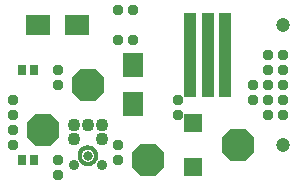
<source format=gbr>
G04 EAGLE Gerber X2 export*
%TF.Part,Single*%
%TF.FileFunction,Soldermask,Top,1*%
%TF.FilePolarity,Negative*%
%TF.GenerationSoftware,Autodesk,EAGLE,9.1.0*%
%TF.CreationDate,2018-09-05T10:19:08Z*%
G75*
%MOMM*%
%FSLAX34Y34*%
%LPD*%
%AMOC8*
5,1,8,0,0,1.08239X$1,22.5*%
G01*
%ADD10C,1.203200*%
%ADD11R,0.803200X0.903200*%
%ADD12R,2.103200X1.803200*%
%ADD13R,1.803200X2.103200*%
%ADD14C,1.103200*%
%ADD15C,0.903200*%
%ADD16C,0.350000*%
%ADD17C,0.803200*%
%ADD18C,0.211325*%
%ADD19R,1.053200X7.203200*%
%ADD20R,1.603200X1.603200*%
%ADD21P,2.982959X8X22.500000*%
%ADD22C,0.959600*%


D10*
X241300Y139700D03*
X241300Y38100D03*
D11*
X20400Y25400D03*
X30400Y25400D03*
D12*
X67300Y139700D03*
X34300Y139700D03*
D13*
X114300Y105400D03*
X114300Y72400D03*
D11*
X20400Y101600D03*
X30400Y101600D03*
D14*
X64200Y55100D03*
X76240Y55100D03*
X88280Y55100D03*
X64200Y43160D03*
X88280Y43160D03*
D15*
X64200Y21040D03*
X88280Y21040D03*
D16*
X69240Y28940D02*
X69242Y29112D01*
X69248Y29283D01*
X69259Y29455D01*
X69274Y29626D01*
X69293Y29797D01*
X69316Y29967D01*
X69343Y30137D01*
X69375Y30306D01*
X69410Y30474D01*
X69450Y30641D01*
X69494Y30807D01*
X69541Y30972D01*
X69593Y31136D01*
X69649Y31298D01*
X69709Y31459D01*
X69773Y31619D01*
X69841Y31777D01*
X69912Y31933D01*
X69987Y32087D01*
X70067Y32240D01*
X70149Y32390D01*
X70236Y32539D01*
X70326Y32685D01*
X70420Y32829D01*
X70517Y32971D01*
X70618Y33110D01*
X70722Y33247D01*
X70829Y33381D01*
X70940Y33512D01*
X71053Y33641D01*
X71170Y33767D01*
X71290Y33890D01*
X71413Y34010D01*
X71539Y34127D01*
X71668Y34240D01*
X71799Y34351D01*
X71933Y34458D01*
X72070Y34562D01*
X72209Y34663D01*
X72351Y34760D01*
X72495Y34854D01*
X72641Y34944D01*
X72790Y35031D01*
X72940Y35113D01*
X73093Y35193D01*
X73247Y35268D01*
X73403Y35339D01*
X73561Y35407D01*
X73721Y35471D01*
X73882Y35531D01*
X74044Y35587D01*
X74208Y35639D01*
X74373Y35686D01*
X74539Y35730D01*
X74706Y35770D01*
X74874Y35805D01*
X75043Y35837D01*
X75213Y35864D01*
X75383Y35887D01*
X75554Y35906D01*
X75725Y35921D01*
X75897Y35932D01*
X76068Y35938D01*
X76240Y35940D01*
X76412Y35938D01*
X76583Y35932D01*
X76755Y35921D01*
X76926Y35906D01*
X77097Y35887D01*
X77267Y35864D01*
X77437Y35837D01*
X77606Y35805D01*
X77774Y35770D01*
X77941Y35730D01*
X78107Y35686D01*
X78272Y35639D01*
X78436Y35587D01*
X78598Y35531D01*
X78759Y35471D01*
X78919Y35407D01*
X79077Y35339D01*
X79233Y35268D01*
X79387Y35193D01*
X79540Y35113D01*
X79690Y35031D01*
X79839Y34944D01*
X79985Y34854D01*
X80129Y34760D01*
X80271Y34663D01*
X80410Y34562D01*
X80547Y34458D01*
X80681Y34351D01*
X80812Y34240D01*
X80941Y34127D01*
X81067Y34010D01*
X81190Y33890D01*
X81310Y33767D01*
X81427Y33641D01*
X81540Y33512D01*
X81651Y33381D01*
X81758Y33247D01*
X81862Y33110D01*
X81963Y32971D01*
X82060Y32829D01*
X82154Y32685D01*
X82244Y32539D01*
X82331Y32390D01*
X82413Y32240D01*
X82493Y32087D01*
X82568Y31933D01*
X82639Y31777D01*
X82707Y31619D01*
X82771Y31459D01*
X82831Y31298D01*
X82887Y31136D01*
X82939Y30972D01*
X82986Y30807D01*
X83030Y30641D01*
X83070Y30474D01*
X83105Y30306D01*
X83137Y30137D01*
X83164Y29967D01*
X83187Y29797D01*
X83206Y29626D01*
X83221Y29455D01*
X83232Y29283D01*
X83238Y29112D01*
X83240Y28940D01*
X83238Y28768D01*
X83232Y28597D01*
X83221Y28425D01*
X83206Y28254D01*
X83187Y28083D01*
X83164Y27913D01*
X83137Y27743D01*
X83105Y27574D01*
X83070Y27406D01*
X83030Y27239D01*
X82986Y27073D01*
X82939Y26908D01*
X82887Y26744D01*
X82831Y26582D01*
X82771Y26421D01*
X82707Y26261D01*
X82639Y26103D01*
X82568Y25947D01*
X82493Y25793D01*
X82413Y25640D01*
X82331Y25490D01*
X82244Y25341D01*
X82154Y25195D01*
X82060Y25051D01*
X81963Y24909D01*
X81862Y24770D01*
X81758Y24633D01*
X81651Y24499D01*
X81540Y24368D01*
X81427Y24239D01*
X81310Y24113D01*
X81190Y23990D01*
X81067Y23870D01*
X80941Y23753D01*
X80812Y23640D01*
X80681Y23529D01*
X80547Y23422D01*
X80410Y23318D01*
X80271Y23217D01*
X80129Y23120D01*
X79985Y23026D01*
X79839Y22936D01*
X79690Y22849D01*
X79540Y22767D01*
X79387Y22687D01*
X79233Y22612D01*
X79077Y22541D01*
X78919Y22473D01*
X78759Y22409D01*
X78598Y22349D01*
X78436Y22293D01*
X78272Y22241D01*
X78107Y22194D01*
X77941Y22150D01*
X77774Y22110D01*
X77606Y22075D01*
X77437Y22043D01*
X77267Y22016D01*
X77097Y21993D01*
X76926Y21974D01*
X76755Y21959D01*
X76583Y21948D01*
X76412Y21942D01*
X76240Y21940D01*
X76068Y21942D01*
X75897Y21948D01*
X75725Y21959D01*
X75554Y21974D01*
X75383Y21993D01*
X75213Y22016D01*
X75043Y22043D01*
X74874Y22075D01*
X74706Y22110D01*
X74539Y22150D01*
X74373Y22194D01*
X74208Y22241D01*
X74044Y22293D01*
X73882Y22349D01*
X73721Y22409D01*
X73561Y22473D01*
X73403Y22541D01*
X73247Y22612D01*
X73093Y22687D01*
X72940Y22767D01*
X72790Y22849D01*
X72641Y22936D01*
X72495Y23026D01*
X72351Y23120D01*
X72209Y23217D01*
X72070Y23318D01*
X71933Y23422D01*
X71799Y23529D01*
X71668Y23640D01*
X71539Y23753D01*
X71413Y23870D01*
X71290Y23990D01*
X71170Y24113D01*
X71053Y24239D01*
X70940Y24368D01*
X70829Y24499D01*
X70722Y24633D01*
X70618Y24770D01*
X70517Y24909D01*
X70420Y25051D01*
X70326Y25195D01*
X70236Y25341D01*
X70149Y25490D01*
X70067Y25640D01*
X69987Y25793D01*
X69912Y25947D01*
X69841Y26103D01*
X69773Y26261D01*
X69709Y26421D01*
X69649Y26582D01*
X69593Y26744D01*
X69541Y26908D01*
X69494Y27073D01*
X69450Y27239D01*
X69410Y27406D01*
X69375Y27574D01*
X69343Y27743D01*
X69316Y27913D01*
X69293Y28083D01*
X69274Y28254D01*
X69259Y28425D01*
X69248Y28597D01*
X69242Y28768D01*
X69240Y28940D01*
D17*
X76240Y28940D03*
D18*
X78192Y34524D02*
X74208Y34524D01*
X74208Y36476D01*
X78192Y36476D01*
X78192Y34524D01*
D19*
X192800Y114300D03*
X177800Y114300D03*
X162800Y114300D03*
D20*
X165100Y19600D03*
X165100Y56600D03*
D21*
X203200Y38100D03*
X76200Y88900D03*
X127000Y25400D03*
X38100Y50800D03*
D22*
X101600Y152400D03*
X114300Y152400D03*
X228600Y114300D03*
X241300Y114300D03*
X50800Y88900D03*
X50800Y101600D03*
X12700Y63500D03*
X12700Y76200D03*
X12700Y38100D03*
X12700Y50800D03*
X228600Y88900D03*
X241300Y88900D03*
X228600Y76200D03*
X241300Y76200D03*
X215900Y76200D03*
X215900Y88900D03*
X228600Y63500D03*
X241300Y63500D03*
X228600Y101600D03*
X241300Y101600D03*
X152400Y63500D03*
X152400Y76200D03*
X101600Y127000D03*
X114300Y127000D03*
X101600Y25400D03*
X101600Y38100D03*
X50800Y12700D03*
X50800Y25400D03*
M02*

</source>
